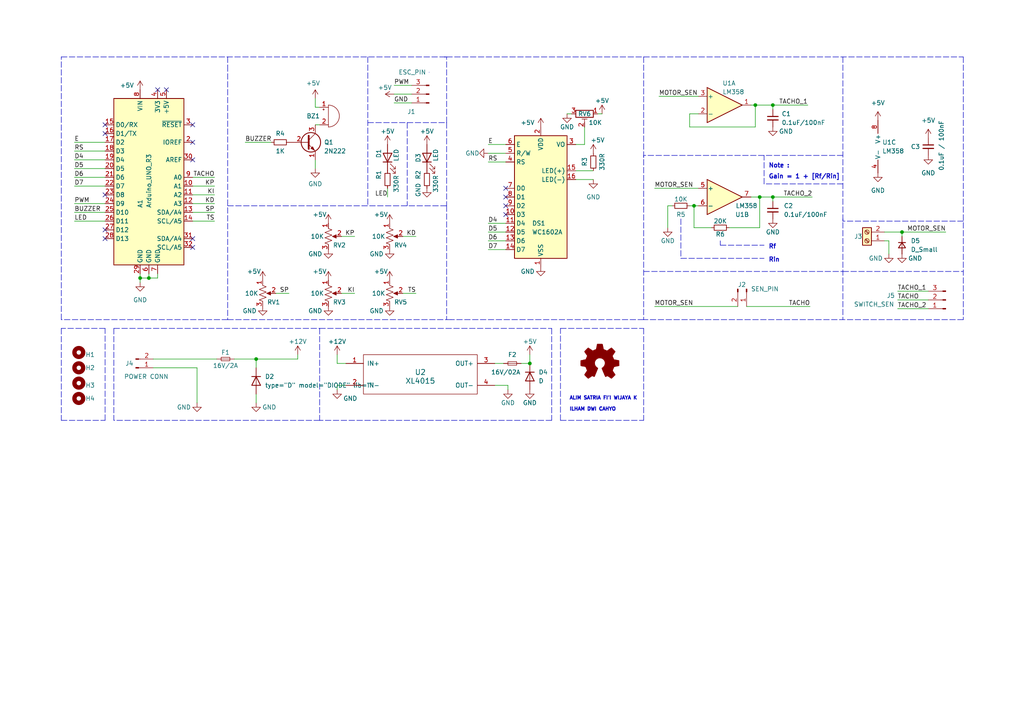
<source format=kicad_sch>
(kicad_sch (version 20211123) (generator eeschema)
  (paper "A4")
  (lib_symbols
    (symbol "Amplifier_Operational:LM358" (pin_names (offset 0.127))
      (property "Reference" "U" (at 0 5.08 0))
      (property "Value" "LM358" (at 0 -5.08 0))
      (symbol "LM358_1_1"
        (polyline (pts (xy -5.08 5.08) (xy 5.08 0) (xy -5.08 -5.08) (xy -5.08 5.08)) (stroke (width 0.254)) (fill (type background)))
        (pin output line (at 7.62 0 180) (length 2.54) (name "~") (number "1"))
        (pin input line (at -7.62 -2.54 0) (length 2.54) (name "-") (number "2"))
        (pin input line (at -7.62 2.54 0) (length 2.54) (name "+") (number "3"))
      )
      (symbol "LM358_2_1"
        (polyline (pts (xy -5.08 5.08) (xy 5.08 0) (xy -5.08 -5.08) (xy -5.08 5.08)) (stroke (width 0.254)) (fill (type background)))
        (pin input line (at -7.62 2.54 0) (length 2.54) (name "+") (number "5"))
        (pin input line (at -7.62 -2.54 0) (length 2.54) (name "-") (number "6"))
        (pin output line (at 7.62 0 180) (length 2.54) (name "~") (number "7"))
      )
      (symbol "LM358_3_1"
        (pin power_in line (at -2.54 -7.62 90) (length 3.81) (name "V-") (number "4"))
        (pin power_in line (at -2.54 7.62 270) (length 3.81) (name "V+") (number "8"))
      )
    )
    (symbol "Connector:Conn_01x02_Male" (pin_names (offset 1.016) hide)
      (property "Reference" "J" (at 0 2.54 0))
      (property "Value" "Conn_01x02_Male" (at 0 -5.08 0))
      (symbol "Conn_01x02_Male_1_1"
        (polyline (pts (xy 1.27 -2.54) (xy 0.8636 -2.54)) (stroke (width 0.1524)))
        (polyline (pts (xy 1.27 0) (xy 0.8636 0)) (stroke (width 0.1524)))
        (rectangle (start 0.8636 -2.413) (end 0 -2.667) (stroke (width 0.1524)) (fill (type outline)))
        (rectangle (start 0.8636 0.127) (end 0 -0.127) (stroke (width 0.1524)) (fill (type outline)))
        (pin passive line (at 5.08 0 180) (length 3.81) (name "Pin_1") (number "1"))
        (pin passive line (at 5.08 -2.54 180) (length 3.81) (name "Pin_2") (number "2"))
      )
    )
    (symbol "Connector:Conn_01x03_Male" (pin_names (offset 1.016) hide)
      (property "Reference" "J" (at 0 5.08 0))
      (property "Value" "Conn_01x03_Male" (at 0 -5.08 0))
      (symbol "Conn_01x03_Male_1_1"
        (polyline (pts (xy 1.27 -2.54) (xy 0.8636 -2.54)) (stroke (width 0.1524)))
        (polyline (pts (xy 1.27 0) (xy 0.8636 0)) (stroke (width 0.1524)))
        (polyline (pts (xy 1.27 2.54) (xy 0.8636 2.54)) (stroke (width 0.1524)))
        (rectangle (start 0.8636 -2.413) (end 0 -2.667) (stroke (width 0.1524)) (fill (type outline)))
        (rectangle (start 0.8636 0.127) (end 0 -0.127) (stroke (width 0.1524)) (fill (type outline)))
        (rectangle (start 0.8636 2.667) (end 0 2.413) (stroke (width 0.1524)) (fill (type outline)))
        (pin passive line (at 5.08 2.54 180) (length 3.81) (name "Pin_1") (number "1"))
        (pin passive line (at 5.08 0 180) (length 3.81) (name "Pin_2") (number "2"))
        (pin passive line (at 5.08 -2.54 180) (length 3.81) (name "Pin_3") (number "3"))
      )
    )
    (symbol "Connector:Screw_Terminal_01x02" (pin_names (offset 1.016) hide)
      (property "Reference" "J" (at 0 2.54 0))
      (property "Value" "Screw_Terminal_01x02" (at 0 -5.08 0))
      (symbol "Screw_Terminal_01x02_1_1"
        (rectangle (start -1.27 1.27) (end 1.27 -3.81) (stroke (width 0.254)) (fill (type background)))
        (circle (center 0 -2.54) (radius 0.635) (stroke (width 0.1524)))
        (polyline (pts (xy -0.5334 -2.2098) (xy 0.3302 -3.048)) (stroke (width 0.1524)))
        (polyline (pts (xy -0.5334 0.3302) (xy 0.3302 -0.508)) (stroke (width 0.1524)))
        (polyline (pts (xy -0.3556 -2.032) (xy 0.508 -2.8702)) (stroke (width 0.1524)))
        (polyline (pts (xy -0.3556 0.508) (xy 0.508 -0.3302)) (stroke (width 0.1524)))
        (circle (center 0 0) (radius 0.635) (stroke (width 0.1524)))
        (pin passive line (at -5.08 0 0) (length 3.81) (name "Pin_1") (number "1"))
        (pin passive line (at -5.08 -2.54 0) (length 3.81) (name "Pin_2") (number "2"))
      )
    )
    (symbol "Device:Buzzer" (pin_names (offset 0.0254) hide)
      (property "Reference" "BZ" (at 3.81 1.27 0))
      (property "Value" "Buzzer" (at 3.81 -1.27 0))
      (symbol "Buzzer_0_1"
        (arc (start 0 -3.175) (mid 3.175 0) (end 0 3.175))
        (polyline (pts (xy -1.651 1.905) (xy -1.143 1.905)))
        (polyline (pts (xy -1.397 2.159) (xy -1.397 1.651)))
        (polyline (pts (xy 0 3.175) (xy 0 -3.175)))
      )
      (symbol "Buzzer_1_1"
        (pin passive line (at -2.54 2.54 0) (length 2.54) (name "-") (number "1"))
        (pin passive line (at -2.54 -2.54 0) (length 2.54) (name "+") (number "2"))
      )
    )
    (symbol "Device:C_Small" (pin_numbers hide) (pin_names (offset 0.254) hide)
      (property "Reference" "C" (at 0.254 1.778 0))
      (property "Value" "C_Small" (at 0.254 -2.032 0))
      (symbol "C_Small_0_1"
        (polyline (pts (xy -1.524 -0.508) (xy 1.524 -0.508)) (stroke (width 0.3302)))
        (polyline (pts (xy -1.524 0.508) (xy 1.524 0.508)) (stroke (width 0.3048)))
      )
      (symbol "C_Small_1_1"
        (pin passive line (at 0 2.54 270) (length 2.032) (name "~") (number "1"))
        (pin passive line (at 0 -2.54 90) (length 2.032) (name "~") (number "2"))
      )
    )
    (symbol "Device:D" (pin_numbers hide) (pin_names (offset 1.016) hide)
      (property "Reference" "D" (at 0 2.54 0))
      (property "Value" "D" (at 0 -2.54 0))
      (symbol "D_0_1"
        (polyline (pts (xy -1.27 1.27) (xy -1.27 -1.27)) (stroke (width 0.254)))
        (polyline (pts (xy 1.27 0) (xy -1.27 0)))
        (polyline (pts (xy 1.27 1.27) (xy 1.27 -1.27) (xy -1.27 0) (xy 1.27 1.27)) (stroke (width 0.254)))
      )
      (symbol "D_1_1"
        (pin passive line (at -3.81 0 0) (length 2.54) (name "K") (number "1"))
        (pin passive line (at 3.81 0 180) (length 2.54) (name "A") (number "2"))
      )
    )
    (symbol "Device:D_Small" (pin_numbers hide) (pin_names (offset 0.254) hide)
      (property "Reference" "D" (at -1.27 2.032 0))
      (property "Value" "D_Small" (at -3.81 -2.032 0))
      (symbol "D_Small_0_1"
        (polyline (pts (xy -0.762 -1.016) (xy -0.762 1.016)) (stroke (width 0.254)))
        (polyline (pts (xy -0.762 0) (xy 0.762 0)))
        (polyline (pts (xy 0.762 -1.016) (xy -0.762 0) (xy 0.762 1.016) (xy 0.762 -1.016)) (stroke (width 0.254)))
      )
      (symbol "D_Small_1_1"
        (pin passive line (at -2.54 0 0) (length 1.778) (name "K") (number "1"))
        (pin passive line (at 2.54 0 180) (length 1.778) (name "A") (number "2"))
      )
    )
    (symbol "Device:Fuse_Small" (pin_numbers hide) (pin_names (offset 0.254) hide)
      (property "Reference" "F" (at 0 -1.524 0))
      (property "Value" "Fuse_Small" (at 0 1.524 0))
      (symbol "Fuse_Small_0_1"
        (rectangle (start -1.27 0.508) (end 1.27 -0.508))
        (polyline (pts (xy -1.27 0) (xy 1.27 0)))
      )
      (symbol "Fuse_Small_1_1"
        (pin passive line (at -2.54 0 0) (length 1.27) (name "~") (number "1"))
        (pin passive line (at 2.54 0 180) (length 1.27) (name "~") (number "2"))
      )
    )
    (symbol "Device:LED" (pin_numbers hide) (pin_names (offset 1.016) hide)
      (property "Reference" "D" (at 0 2.54 0))
      (property "Value" "LED" (at 0 -2.54 0))
      (symbol "LED_0_1"
        (polyline (pts (xy -1.27 -1.27) (xy -1.27 1.27)) (stroke (width 0.254)))
        (polyline (pts (xy -1.27 0) (xy 1.27 0)))
        (polyline (pts (xy 1.27 -1.27) (xy 1.27 1.27) (xy -1.27 0) (xy 1.27 -1.27)) (stroke (width 0.254)))
        (polyline (pts (xy -3.048 -0.762) (xy -4.572 -2.286) (xy -3.81 -2.286) (xy -4.572 -2.286) (xy -4.572 -1.524)))
        (polyline (pts (xy -1.778 -0.762) (xy -3.302 -2.286) (xy -2.54 -2.286) (xy -3.302 -2.286) (xy -3.302 -1.524)))
      )
      (symbol "LED_1_1"
        (pin passive line (at -3.81 0 0) (length 2.54) (name "K") (number "1"))
        (pin passive line (at 3.81 0 180) (length 2.54) (name "A") (number "2"))
      )
    )
    (symbol "Device:Q_NPN_EBC" (pin_names (offset 0) hide)
      (property "Reference" "Q" (at 5.08 1.27 0))
      (property "Value" "Q_NPN_EBC" (at 5.08 -1.27 0))
      (symbol "Q_NPN_EBC_0_1"
        (polyline (pts (xy 0.635 0.635) (xy 2.54 2.54)))
        (polyline (pts (xy 0.635 -0.635) (xy 2.54 -2.54) (xy 2.54 -2.54)))
        (polyline (pts (xy 0.635 1.905) (xy 0.635 -1.905) (xy 0.635 -1.905)) (stroke (width 0.508)))
        (polyline (pts (xy 1.27 -1.778) (xy 1.778 -1.27) (xy 2.286 -2.286) (xy 1.27 -1.778) (xy 1.27 -1.778)) (fill (type outline)))
        (circle (center 1.27 0) (radius 2.8194) (stroke (width 0.254)))
      )
      (symbol "Q_NPN_EBC_1_1"
        (pin passive line (at 2.54 -5.08 90) (length 2.54) (name "E") (number "1"))
        (pin passive line (at -5.08 0 0) (length 5.715) (name "B") (number "2"))
        (pin passive line (at 2.54 5.08 270) (length 2.54) (name "C") (number "3"))
      )
    )
    (symbol "Device:R_Potentiometer_Trim" (pin_names (offset 1.016) hide)
      (property "Reference" "RV" (at -4.445 0 90))
      (property "Value" "R_Potentiometer_Trim" (at -2.54 0 90))
      (symbol "R_Potentiometer_Trim_0_1"
        (polyline (pts (xy 1.524 0.762) (xy 1.524 -0.762)))
        (polyline (pts (xy 2.54 0) (xy 1.524 0)))
        (rectangle (start 1.016 2.54) (end -1.016 -2.54) (stroke (width 0.254)))
      )
      (symbol "R_Potentiometer_Trim_1_1"
        (pin passive line (at 0 3.81 270) (length 1.27) (name "1") (number "1"))
        (pin passive line (at 3.81 0 180) (length 1.27) (name "2") (number "2"))
        (pin passive line (at 0 -3.81 90) (length 1.27) (name "3") (number "3"))
      )
    )
    (symbol "Device:R_Potentiometer_US" (pin_names (offset 1.016) hide)
      (property "Reference" "RV" (at -4.445 0 90))
      (property "Value" "R_Potentiometer_US" (at -2.54 0 90))
      (symbol "R_Potentiometer_US_0_1"
        (polyline (pts (xy 0 -2.286) (xy 0 -2.54)))
        (polyline (pts (xy 0 2.54) (xy 0 2.286)))
        (polyline (pts (xy 2.54 0) (xy 1.524 0)))
        (polyline (pts (xy 1.143 0) (xy 2.286 0.508) (xy 2.286 -0.508) (xy 1.143 0)) (fill (type outline)))
        (polyline (pts (xy 0 -0.762) (xy 1.016 -1.143) (xy 0 -1.524) (xy -1.016 -1.905) (xy 0 -2.286)))
        (polyline (pts (xy 0 0.762) (xy 1.016 0.381) (xy 0 0) (xy -1.016 -0.381) (xy 0 -0.762)))
        (polyline (pts (xy 0 2.286) (xy 1.016 1.905) (xy 0 1.524) (xy -1.016 1.143) (xy 0 0.762)))
      )
      (symbol "R_Potentiometer_US_1_1"
        (pin passive line (at 0 3.81 270) (length 1.27) (name "1") (number "1"))
        (pin passive line (at 3.81 0 180) (length 1.27) (name "2") (number "2"))
        (pin passive line (at 0 -3.81 90) (length 1.27) (name "3") (number "3"))
      )
    )
    (symbol "Device:R_Small" (pin_numbers hide) (pin_names (offset 0.254) hide)
      (property "Reference" "R" (at 0.762 0.508 0))
      (property "Value" "R_Small" (at 0.762 -1.016 0))
      (symbol "R_Small_0_1"
        (rectangle (start -0.762 1.778) (end 0.762 -1.778) (stroke (width 0.2032)))
      )
      (symbol "R_Small_1_1"
        (pin passive line (at 0 2.54 270) (length 0.762) (name "~") (number "1"))
        (pin passive line (at 0 -2.54 90) (length 0.762) (name "~") (number "2"))
      )
    )
    (symbol "Display_Character:WC1602A"
      (property "Reference" "DS" (at -5.842 19.05 0))
      (property "Value" "WC1602A" (at 5.334 19.05 0))
      (symbol "WC1602A_1_1"
        (rectangle (start -7.62 17.78) (end 7.62 -17.78) (stroke (width 0.254)) (fill (type background)))
        (pin power_in line (at 0 -20.32 90) (length 2.54) (name "VSS") (number "1"))
        (pin input line (at -10.16 -5.08 0) (length 2.54) (name "D3") (number "10"))
        (pin input line (at -10.16 -7.62 0) (length 2.54) (name "D4") (number "11"))
        (pin input line (at -10.16 -10.16 0) (length 2.54) (name "D5") (number "12"))
        (pin input line (at -10.16 -12.7 0) (length 2.54) (name "D6") (number "13"))
        (pin input line (at -10.16 -15.24 0) (length 2.54) (name "D7") (number "14"))
        (pin power_in line (at 10.16 7.62 180) (length 2.54) (name "LED(+)") (number "15"))
        (pin power_in line (at 10.16 5.08 180) (length 2.54) (name "LED(-)") (number "16"))
        (pin power_in line (at 0 20.32 270) (length 2.54) (name "VDD") (number "2"))
        (pin input line (at 10.16 15.24 180) (length 2.54) (name "VO") (number "3"))
        (pin input line (at -10.16 10.16 0) (length 2.54) (name "RS") (number "4"))
        (pin input line (at -10.16 12.7 0) (length 2.54) (name "R/W") (number "5"))
        (pin input line (at -10.16 15.24 0) (length 2.54) (name "E") (number "6"))
        (pin input line (at -10.16 2.54 0) (length 2.54) (name "D0") (number "7"))
        (pin input line (at -10.16 0 0) (length 2.54) (name "D1") (number "8"))
        (pin input line (at -10.16 -2.54 0) (length 2.54) (name "D2") (number "9"))
      )
    )
    (symbol "Graphic:Logo_Open_Hardware_Small" (pin_names (offset 1.016))
      (symbol "Logo_Open_Hardware_Small_0_1"
        (polyline (pts (xy 3.3528 -4.3434) (xy 3.302 -4.318) (xy 3.175 -4.2418) (xy 2.9972 -4.1148) (xy 2.7686 -3.9624) (xy 2.54 -3.81) (xy 2.3622 -3.7084) (xy 2.2352 -3.6068) (xy 2.1844 -3.5814) (xy 2.159 -3.6068) (xy 2.0574 -3.6576) (xy 1.905 -3.7338) (xy 1.8034 -3.7846) (xy 1.6764 -3.8354) (xy 1.6002 -3.8354) (xy 1.6002 -3.8354) (xy 1.5494 -3.7338) (xy 1.4732 -3.5306) (xy 1.3462 -3.302) (xy 1.2446 -3.0226) (xy 1.1176 -2.7178) (xy 0.9652 -2.413) (xy 0.8636 -2.1082) (xy 0.7366 -1.8288) (xy 0.6604 -1.6256) (xy 0.6096 -1.4732) (xy 0.5842 -1.397) (xy 0.5842 -1.397) (xy 0.6604 -1.3208) (xy 0.7874 -1.2446) (xy 1.0414 -1.016) (xy 1.2954 -0.6858) (xy 1.4478 -0.3302) (xy 1.524 0.0762) (xy 1.4732 0.4572) (xy 1.3208 0.8128) (xy 1.0668 1.143) (xy 0.762 1.3716) (xy 0.4064 1.524) (xy 0 1.5748) (xy -0.381 1.5494) (xy -0.7366 1.397) (xy -1.0668 1.143) (xy -1.2192 0.9906) (xy -1.397 0.6604) (xy -1.524 0.3048) (xy -1.524 0.2286) (xy -1.4986 -0.1778) (xy -1.397 -0.5334) (xy -1.1938 -0.8636) (xy -0.9144 -1.143) (xy -0.8636 -1.1684) (xy -0.7366 -1.27) (xy -0.635 -1.3462) (xy -0.5842 -1.397) (xy -1.0668 -2.5908) (xy -1.143 -2.794) (xy -1.2954 -3.1242) (xy -1.397 -3.4036) (xy -1.4986 -3.6322) (xy -1.5748 -3.7846) (xy -1.6002 -3.8354) (xy -1.6002 -3.8354) (xy -1.651 -3.8354) (xy -1.7272 -3.81) (xy -1.905 -3.7338) (xy -2.0066 -3.683) (xy -2.1336 -3.6068) (xy -2.2098 -3.5814) (xy -2.2606 -3.6068) (xy -2.3622 -3.683) (xy -2.54 -3.81) (xy -2.7686 -3.9624) (xy -2.9718 -4.0894) (xy -3.1496 -4.2164) (xy -3.302 -4.318) (xy -3.3528 -4.3434) (xy -3.3782 -4.3434) (xy -3.429 -4.318) (xy -3.5306 -4.2164) (xy -3.7084 -4.064) (xy -3.937 -3.8354) (xy -3.9624 -3.81) (xy -4.1656 -3.6068) (xy -4.318 -3.4544) (xy -4.4196 -3.3274) (xy -4.445 -3.2766) (xy -4.445 -3.2766) (xy -4.4196 -3.2258) (xy -4.318 -3.0734) (xy -4.2164 -2.8956) (xy -4.064 -2.667) (xy -3.6576 -2.0828) (xy -3.8862 -1.5494) (xy -3.937 -1.3716) (xy -4.0386 -1.1684) (xy -4.0894 -1.0414) (xy -4.1148 -0.9652) (xy -4.191 -0.9398) (xy -4.318 -0.9144) (xy -4.5466 -0.8636) (xy -4.8006 -0.8128) (xy -5.0546 -0.7874) (xy -5.2578 -0.7366) (xy -5.4356 -0.7112) (xy -5.5118 -0.6858) (xy -5.5118 -0.6858) (xy -5.5372 -0.635) (xy -5.5372 -0.5588) (xy -5.5372 -0.4318) (xy -5.5626 -0.2286) (xy -5.5626 0.0762) (xy -5.5626 0.127) (xy -5.5372 0.4064) (xy -5.5372 0.635) (xy -5.5372 0.762) (xy -5.5372 0.8382) (xy -5.5372 0.8382) (xy -5.461 0.8382) (xy -5.3086 0.889) (xy -5.08 0.9144) (xy -4.826 0.9652) (xy -4.8006 0.9906) (xy -4.5466 1.0414) (xy -4.318 1.0668) (xy -4.1656 1.1176) (xy -4.0894 1.143) (xy -4.0894 1.143) (xy -4.0386 1.2446) (xy -3.9624 1.4224) (xy -3.8608 1.6256) (xy -3.7846 1.8288) (xy -3.7084 2.0066) (xy -3.6576 2.159) (xy -3.6322 2.2098) (xy -3.6322 2.2098) (xy -3.683 2.286) (xy -3.7592 2.413) (xy -3.8862 2.5908) (xy -4.064 2.8194) (xy -4.064 2.8448) (xy -4.2164 3.0734) (xy -4.3434 3.2512) (xy -4.4196 3.3782) (xy -4.445 3.4544) (xy -4.445 3.4544) (xy -4.3942 3.5052) (xy -4.2926 3.6322) (xy -4.1148 3.81) (xy -3.937 4.0132) (xy -3.8608 4.064) (xy -3.6576 4.2926) (xy -3.5052 4.4196) (xy -3.4036 4.4958) (xy -3.3528 4.5212) (xy -3.3528 4.5212) (xy -3.302 4.4704) (xy -3.1496 4.3688) (xy -2.9718 4.2418) (xy -2.7432 4.0894) (xy -2.7178 4.0894) (xy -2.4892 3.937) (xy -2.3114 3.81) (xy -2.1844 3.7084) (xy -2.1336 3.683) (xy -2.1082 3.683) (xy -2.032 3.7084) (xy -1.8542 3.7592) (xy -1.6764 3.8354) (xy -1.4732 3.937) (xy -1.27 4.0132) (xy -1.143 4.064) (xy -1.0668 4.1148) (xy -1.0668 4.1148) (xy -1.0414 4.191) (xy -1.016 4.3434) (xy -0.9652 4.572) (xy -0.9144 4.8514) (xy -0.889 4.9022) (xy -0.8382 5.1562) (xy -0.8128 5.3848) (xy -0.7874 5.5372) (xy -0.762 5.588) (xy -0.7112 5.6134) (xy -0.5842 5.6134) (xy -0.4064 5.6134) (xy -0.1524 5.6134) (xy 0.0762 5.6134) (xy 0.3302 5.6134) (xy 0.5334 5.6134) (xy 0.6858 5.588) (xy 0.7366 5.588) (xy 0.7366 5.588) (xy 0.762 5.5118) (xy 0.8128 5.334) (xy 0.8382 5.1054) (xy 0.9144 4.826) (xy 0.9144 4.7752) (xy 0.9652 4.5212) (xy 1.016 4.2926) (xy 1.0414 4.1402) (xy 1.0668 4.0894) (xy 1.0668 4.0894) (xy 1.1938 4.0386) (xy 1.3716 3.9624) (xy 1.5748 3.8608) (xy 2.0828 3.6576) (xy 2.7178 4.0894) (xy 2.7686 4.1402) (xy 2.9972 4.2926) (xy 3.175 4.4196) (xy 3.302 4.4958) (xy 3.3782 4.5212) (xy 3.3782 4.5212) (xy 3.429 4.4704) (xy 3.556 4.3434) (xy 3.7338 4.191) (xy 3.9116 3.9878) (xy 4.064 3.8354) (xy 4.2418 3.6576) (xy 4.3434 3.556) (xy 4.4196 3.4798) (xy 4.4196 3.429) (xy 4.4196 3.4036) (xy 4.3942 3.3274) (xy 4.2926 3.2004) (xy 4.1656 2.9972) (xy 4.0132 2.794) (xy 3.8862 2.5908) (xy 3.7592 2.3876) (xy 3.6576 2.2352) (xy 3.6322 2.159) (xy 3.6322 2.1336) (xy 3.683 2.0066) (xy 3.7592 1.8288) (xy 3.8608 1.6002) (xy 4.064 1.1176) (xy 4.3942 1.0414) (xy 4.5974 1.016) (xy 4.8768 0.9652) (xy 5.1308 0.9144) (xy 5.5372 0.8382) (xy 5.5626 -0.6604) (xy 5.4864 -0.6858) (xy 5.4356 -0.6858) (xy 5.2832 -0.7366) (xy 5.0546 -0.762) (xy 4.8006 -0.8128) (xy 4.5974 -0.8636) (xy 4.3688 -0.9144) (xy 4.2164 -0.9398) (xy 4.1402 -0.9398) (xy 4.1148 -0.9652) (xy 4.064 -1.0668) (xy 3.9878 -1.2446) (xy 3.9116 -1.4478) (xy 3.81 -1.651) (xy 3.7338 -1.8542) (xy 3.683 -2.0066) (xy 3.6576 -2.0828) (xy 3.683 -2.1336) (xy 3.7846 -2.2606) (xy 3.8862 -2.4638) (xy 4.0386 -2.667) (xy 4.191 -2.8956) (xy 4.318 -3.0734) (xy 4.3942 -3.2004) (xy 4.445 -3.2766) (xy 4.4196 -3.3274) (xy 4.3434 -3.429) (xy 4.1656 -3.5814) (xy 3.937 -3.8354) (xy 3.8862 -3.8608) (xy 3.683 -4.064) (xy 3.5306 -4.2164) (xy 3.4036 -4.318) (xy 3.3528 -4.3434)) (fill (type outline)))
      )
    )
    (symbol "MCU_Module:Arduino_UNO_R3"
      (property "Reference" "A" (at -10.16 23.495 0))
      (property "Value" "Arduino_UNO_R3" (at 5.08 -26.67 0))
      (symbol "Arduino_UNO_R3_0_1"
        (rectangle (start -10.16 22.86) (end 10.16 -25.4) (stroke (width 0.254)) (fill (type background)))
      )
      (symbol "Arduino_UNO_R3_1_1"
        (pin no_connect line (at -10.16 -20.32 0) (length 2.54) hide (name "NC") (number "1"))
        (pin bidirectional line (at 12.7 -2.54 180) (length 2.54) (name "A1") (number "10"))
        (pin bidirectional line (at 12.7 -5.08 180) (length 2.54) (name "A2") (number "11"))
        (pin bidirectional line (at 12.7 -7.62 180) (length 2.54) (name "A3") (number "12"))
        (pin bidirectional line (at 12.7 -10.16 180) (length 2.54) (name "SDA/A4") (number "13"))
        (pin bidirectional line (at 12.7 -12.7 180) (length 2.54) (name "SCL/A5") (number "14"))
        (pin bidirectional line (at -12.7 15.24 0) (length 2.54) (name "D0/RX") (number "15"))
        (pin bidirectional line (at -12.7 12.7 0) (length 2.54) (name "D1/TX") (number "16"))
        (pin bidirectional line (at -12.7 10.16 0) (length 2.54) (name "D2") (number "17"))
        (pin bidirectional line (at -12.7 7.62 0) (length 2.54) (name "D3") (number "18"))
        (pin bidirectional line (at -12.7 5.08 0) (length 2.54) (name "D4") (number "19"))
        (pin output line (at 12.7 10.16 180) (length 2.54) (name "IOREF") (number "2"))
        (pin bidirectional line (at -12.7 2.54 0) (length 2.54) (name "D5") (number "20"))
        (pin bidirectional line (at -12.7 0 0) (length 2.54) (name "D6") (number "21"))
        (pin bidirectional line (at -12.7 -2.54 0) (length 2.54) (name "D7") (number "22"))
        (pin bidirectional line (at -12.7 -5.08 0) (length 2.54) (name "D8") (number "23"))
        (pin bidirectional line (at -12.7 -7.62 0) (length 2.54) (name "D9") (number "24"))
        (pin bidirectional line (at -12.7 -10.16 0) (length 2.54) (name "D10") (number "25"))
        (pin bidirectional line (at -12.7 -12.7 0) (length 2.54) (name "D11") (number "26"))
        (pin bidirectional line (at -12.7 -15.24 0) (length 2.54) (name "D12") (number "27"))
        (pin bidirectional line (at -12.7 -17.78 0) (length 2.54) (name "D13") (number "28"))
        (pin power_in line (at -2.54 -27.94 90) (length 2.54) (name "GND") (number "29"))
        (pin input line (at 12.7 15.24 180) (length 2.54) (name "~{RESET}") (number "3"))
        (pin input line (at 12.7 5.08 180) (length 2.54) (name "AREF") (number "30"))
        (pin bidirectional line (at 12.7 -17.78 180) (length 2.54) (name "SDA/A4") (number "31"))
        (pin bidirectional line (at 12.7 -20.32 180) (length 2.54) (name "SCL/A5") (number "32"))
        (pin power_out line (at 2.54 25.4 270) (length 2.54) (name "3V3") (number "4"))
        (pin power_out line (at 5.08 25.4 270) (length 2.54) (name "+5V") (number "5"))
        (pin power_in line (at 0 -27.94 90) (length 2.54) (name "GND") (number "6"))
        (pin power_in line (at 2.54 -27.94 90) (length 2.54) (name "GND") (number "7"))
        (pin power_in line (at -2.54 25.4 270) (length 2.54) (name "VIN") (number "8"))
        (pin bidirectional line (at 12.7 0 180) (length 2.54) (name "A0") (number "9"))
      )
    )
    (symbol "Mechanical:MountingHole" (pin_names (offset 1.016))
      (property "Reference" "H" (at 0 5.08 0))
      (property "Value" "MountingHole" (at 0 3.175 0))
      (symbol "MountingHole_0_1"
        (circle (center 0 0) (radius 1.27) (stroke (width 1.27)))
      )
    )
    (symbol "Simulation_SPICE:DIODE" (pin_numbers hide) (pin_names (offset 1.016) hide)
      (property "Reference" "D" (at 0 2.54 0))
      (property "Value" "DIODE" (at 0 -2.54 0))
      (symbol "DIODE_0_1"
        (polyline (pts (xy 1.27 0) (xy -1.27 0)))
        (polyline (pts (xy 1.27 1.27) (xy 1.27 -1.27)) (stroke (width 0.254)))
        (polyline (pts (xy -1.27 -1.27) (xy -1.27 1.27) (xy 1.27 0) (xy -1.27 -1.27)) (stroke (width 0.254)))
      )
      (symbol "DIODE_1_1"
        (pin passive line (at -3.81 0 0) (length 2.54) (name "A") (number "1"))
        (pin passive line (at 3.81 0 180) (length 2.54) (name "K") (number "2"))
      )
    )
    (symbol "power:+12V" (power) (pin_names (offset 0))
      (property "Value" "+12V" (at 0 3.556 0))
      (symbol "+12V_0_1"
        (polyline (pts (xy -0.762 1.27) (xy 0 2.54)))
        (polyline (pts (xy 0 0) (xy 0 2.54)))
        (polyline (pts (xy 0 2.54) (xy 0.762 1.27)))
      )
      (symbol "+12V_1_1"
        (pin power_in line (at 0 0 90) (length 0) hide (name "+12V") (number "1"))
      )
    )
    (symbol "power:+5V" (power) (pin_names (offset 0))
      (property "Value" "+5V" (at 0 3.556 0))
      (symbol "+5V_0_1"
        (polyline (pts (xy -0.762 1.27) (xy 0 2.54)))
        (polyline (pts (xy 0 0) (xy 0 2.54)))
        (polyline (pts (xy 0 2.54) (xy 0.762 1.27)))
      )
      (symbol "+5V_1_1"
        (pin power_in line (at 0 0 90) (length 0) hide (name "+5V") (number "1"))
      )
    )
    (symbol "power:GND" (power) (pin_names (offset 0))
      (property "Value" "GND" (at 0 -3.81 0))
      (symbol "GND_0_1"
        (polyline (pts (xy 0 0) (xy 0 -1.27) (xy 1.27 -1.27) (xy 0 -2.54) (xy -1.27 -1.27) (xy 0 -1.27)))
      )
      (symbol "GND_1_1"
        (pin power_in line (at 0 0 270) (length 0) hide (name "GND") (number "1"))
      )
    )
    (symbol "xl4015:XL4015" (pin_names (offset 1.016))
      (property "Reference" "U" (at 0 0 0))
      (property "Value" "XL4015" (at 0 -2.54 0))
      (symbol "XL4015_0_1"
        (rectangle (start -16.51 5.08) (end 16.51 -6.35))
      )
      (symbol "XL4015_1_1"
        (pin power_in line (at -21.59 2.54 0) (length 5.08) (name "IN+") (number "1"))
        (pin power_in line (at -21.59 -3.81 0) (length 5.08) (name "IN-") (number "2"))
        (pin power_out line (at 21.59 2.54 180) (length 5.08) (name "OUT+") (number "3"))
        (pin power_out line (at 21.59 -3.81 180) (length 5.08) (name "OUT-") (number "4"))
      )
    )
  )
  (junction (at 153.67 105.41))
  (junction (at 261.62 67.31))
  (junction (at 219.075 30.48))
  (junction (at 224.155 57.15))
  (junction (at 224.155 30.48))
  (junction (at 201.295 59.69))
  (junction (at 43.18 80.645))
  (junction (at 40.64 80.645))
  (junction (at 220.345 57.15))
  (junction (at 74.295 104.14))
  (no_connect (at 146.685 54.61))
  (no_connect (at 146.685 62.23))
  (no_connect (at 146.685 57.15))
  (no_connect (at 146.685 59.69))
  (no_connect (at 55.88 71.755))
  (no_connect (at 55.88 69.215))
  (no_connect (at 30.48 66.675))
  (no_connect (at 30.48 69.215))
  (no_connect (at 30.48 36.195))
  (no_connect (at 30.48 38.735))
  (no_connect (at 45.72 26.035))
  (no_connect (at 55.88 36.195))
  (no_connect (at 55.88 46.355))
  (no_connect (at 55.88 41.275))
  (no_connect (at 48.26 26.035))
  (no_connect (at 30.48 56.515))
  (polyline (pts (xy 30.48 121.92) (xy 30.48 95.25)))
  (wire (pts (xy 91.44 28.575) (xy 91.44 31.115)))
  (wire (pts (xy 261.62 67.31) (xy 274.32 67.31)))
  (polyline (pts (xy 92.71 62.23) (xy 92.71 62.23)))
  (polyline (pts (xy 244.475 45.085) (xy 186.69 45.085)))
  (polyline (pts (xy 186.69 95.25) (xy 186.69 121.92)))
  (wire (pts (xy 147.32 111.76) (xy 143.51 111.76)))
  (wire (pts (xy 97.79 111.76) (xy 100.33 111.76)))
  (polyline (pts (xy 221.615 53.34) (xy 221.615 45.085)))
  (wire (pts (xy 40.64 80.645) (xy 40.64 81.915)))
  (polyline (pts (xy 66.04 92.71) (xy 85.09 92.71)))
  (polyline (pts (xy 92.71 95.25) (xy 92.71 121.92)))
  (wire (pts (xy 55.88 53.975) (xy 62.23 53.975)))
  (polyline (pts (xy 124.46 20.955) (xy 124.46 20.955)))
  (polyline (pts (xy 197.485 74.93) (xy 221.615 74.93)))
  (polyline (pts (xy 66.04 19.05) (xy 66.04 92.71)))
  (wire (pts (xy 97.79 111.76) (xy 97.79 113.03)))
  (wire (pts (xy 114.3 27.305) (xy 119.38 27.305)))
  (wire (pts (xy 141.605 44.45) (xy 146.685 44.45)))
  (polyline (pts (xy 33.02 95.25) (xy 33.02 121.92)))
  (wire (pts (xy 114.3 24.765) (xy 119.38 24.765)))
  (wire (pts (xy 219.075 30.48) (xy 224.155 30.48)))
  (wire (pts (xy 153.67 102.87) (xy 153.67 105.41)))
  (polyline (pts (xy 244.475 16.51) (xy 244.475 92.71)))
  (wire (pts (xy 193.675 66.04) (xy 193.675 59.69)))
  (wire (pts (xy 151.13 105.41) (xy 153.67 105.41)))
  (wire (pts (xy 172.085 52.07) (xy 167.005 52.07)))
  (wire (pts (xy 112.395 54.61) (xy 112.395 57.15)))
  (wire (pts (xy 99.06 85.09) (xy 102.87 85.09)))
  (wire (pts (xy 21.59 59.055) (xy 30.48 59.055)))
  (polyline (pts (xy 186.69 45.085) (xy 186.69 45.72)))
  (wire (pts (xy 21.59 43.815) (xy 30.48 43.815)))
  (wire (pts (xy 141.605 46.99) (xy 146.685 46.99)))
  (wire (pts (xy 71.12 41.275) (xy 78.74 41.275)))
  (polyline (pts (xy 186.69 16.51) (xy 186.69 73.66)))
  (wire (pts (xy 97.79 105.41) (xy 100.33 105.41)))
  (wire (pts (xy 224.155 57.15) (xy 235.585 57.15)))
  (wire (pts (xy 257.81 73.66) (xy 257.81 69.85)))
  (polyline (pts (xy 279.4 92.71) (xy 186.69 92.71)))
  (wire (pts (xy 141.605 72.39) (xy 146.685 72.39)))
  (wire (pts (xy 201.295 66.04) (xy 201.295 59.69)))
  (polyline (pts (xy 17.78 95.25) (xy 17.78 121.92)))
  (polyline (pts (xy 17.78 16.51) (xy 129.54 16.51)))
  (wire (pts (xy 261.62 67.31) (xy 261.62 68.58)))
  (wire (pts (xy 55.88 59.055) (xy 62.23 59.055)))
  (polyline (pts (xy 279.4 16.51) (xy 279.4 92.71)))
  (wire (pts (xy 43.18 80.645) (xy 45.72 80.645)))
  (wire (pts (xy 219.075 36.83) (xy 219.075 30.48)))
  (wire (pts (xy 21.59 46.355) (xy 30.48 46.355)))
  (wire (pts (xy 200.025 33.02) (xy 200.025 36.83)))
  (polyline (pts (xy 186.69 73.66) (xy 186.69 92.71)))
  (wire (pts (xy 256.54 67.31) (xy 261.62 67.31)))
  (wire (pts (xy 260.35 84.455) (xy 269.24 84.455)))
  (polyline (pts (xy 17.78 92.71) (xy 17.78 16.51)))
  (polyline (pts (xy 118.11 35.56) (xy 118.11 59.69)))
  (polyline (pts (xy 160.02 95.25) (xy 160.02 121.92)))
  (polyline (pts (xy 186.69 16.51) (xy 279.4 16.51)))
  (wire (pts (xy 169.545 41.91) (xy 167.005 41.91)))
  (wire (pts (xy 200.025 36.83) (xy 219.075 36.83)))
  (wire (pts (xy 21.59 51.435) (xy 30.48 51.435)))
  (wire (pts (xy 55.88 51.435) (xy 62.23 51.435)))
  (wire (pts (xy 44.45 106.68) (xy 57.15 106.68)))
  (polyline (pts (xy 244.475 53.34) (xy 221.615 53.34)))
  (wire (pts (xy 260.35 89.535) (xy 269.24 89.535)))
  (polyline (pts (xy 106.68 35.56) (xy 129.54 35.56)))
  (wire (pts (xy 21.59 48.895) (xy 30.48 48.895)))
  (polyline (pts (xy 92.71 121.92) (xy 33.02 121.92)))
  (wire (pts (xy 200.025 59.69) (xy 201.295 59.69)))
  (polyline (pts (xy 30.48 95.25) (xy 17.78 95.25)))
  (wire (pts (xy 44.45 104.14) (xy 62.865 104.14)))
  (polyline (pts (xy 33.02 95.25) (xy 92.71 95.25)))
  (wire (pts (xy 206.375 66.04) (xy 201.295 66.04)))
  (wire (pts (xy 211.455 66.04) (xy 220.345 66.04)))
  (polyline (pts (xy 186.69 92.71) (xy 130.81 92.71)))
  (wire (pts (xy 201.295 59.69) (xy 202.565 59.69)))
  (polyline (pts (xy 129.54 59.69) (xy 129.54 92.71)))
  (wire (pts (xy 43.18 79.375) (xy 43.18 80.645)))
  (wire (pts (xy 55.88 61.595) (xy 62.23 61.595)))
  (wire (pts (xy 91.44 48.895) (xy 91.44 46.355)))
  (wire (pts (xy 55.88 56.515) (xy 62.23 56.515)))
  (wire (pts (xy 224.155 30.48) (xy 224.155 31.75)))
  (wire (pts (xy 80.01 85.09) (xy 83.82 85.09)))
  (wire (pts (xy 147.32 113.03) (xy 147.32 111.76)))
  (wire (pts (xy 116.84 85.09) (xy 120.65 85.09)))
  (wire (pts (xy 219.075 30.48) (xy 217.805 30.48)))
  (wire (pts (xy 143.51 105.41) (xy 146.05 105.41)))
  (wire (pts (xy 260.35 86.995) (xy 269.24 86.995)))
  (wire (pts (xy 86.36 102.87) (xy 86.36 104.14)))
  (wire (pts (xy 174.625 33.02) (xy 173.355 33.02)))
  (polyline (pts (xy 17.78 121.92) (xy 30.48 121.92)))
  (polyline (pts (xy 129.54 16.51) (xy 128.905 16.51)))
  (wire (pts (xy 141.605 41.91) (xy 146.685 41.91)))
  (wire (pts (xy 172.085 49.53) (xy 167.005 49.53)))
  (polyline (pts (xy 208.915 71.12) (xy 221.615 71.12)))
  (polyline (pts (xy 66.04 16.51) (xy 66.04 19.05)))
  (polyline (pts (xy 129.54 35.56) (xy 129.54 16.51)))
  (wire (pts (xy 67.945 104.14) (xy 74.295 104.14)))
  (wire (pts (xy 220.345 66.04) (xy 220.345 57.15)))
  (wire (pts (xy 202.565 33.02) (xy 200.025 33.02)))
  (wire (pts (xy 224.155 30.48) (xy 234.315 30.48)))
  (wire (pts (xy 99.06 68.58) (xy 102.87 68.58)))
  (wire (pts (xy 21.59 64.135) (xy 30.48 64.135)))
  (polyline (pts (xy 130.81 92.71) (xy 85.09 92.71)))
  (wire (pts (xy 189.865 88.9) (xy 213.995 88.9)))
  (wire (pts (xy 40.64 79.375) (xy 40.64 80.645)))
  (polyline (pts (xy 106.68 16.51) (xy 106.68 59.69)))
  (wire (pts (xy 74.295 114.3) (xy 74.295 116.84)))
  (wire (pts (xy 74.295 104.14) (xy 86.36 104.14)))
  (wire (pts (xy 91.44 31.115) (xy 92.71 31.115)))
  (polyline (pts (xy 186.69 78.74) (xy 244.475 78.74)))
  (wire (pts (xy 257.81 69.85) (xy 256.54 69.85)))
  (polyline (pts (xy 208.915 69.85) (xy 208.915 71.12)))
  (wire (pts (xy 55.88 64.135) (xy 62.23 64.135)))
  (wire (pts (xy 92.71 36.195) (xy 91.44 36.195)))
  (wire (pts (xy 114.3 29.845) (xy 119.38 29.845)))
  (wire (pts (xy 220.345 57.15) (xy 224.155 57.15)))
  (wire (pts (xy 193.675 59.69) (xy 194.945 59.69)))
  (wire (pts (xy 191.135 27.94) (xy 202.565 27.94)))
  (polyline (pts (xy 162.56 121.92) (xy 162.56 95.25)))
  (polyline (pts (xy 160.02 121.92) (xy 92.71 121.92)))
  (wire (pts (xy 97.79 102.87) (xy 97.79 105.41)))
  (wire (pts (xy 21.59 61.595) (xy 30.48 61.595)))
  (wire (pts (xy 220.345 57.15) (xy 217.805 57.15)))
  (wire (pts (xy 21.59 41.275) (xy 30.48 41.275)))
  (polyline (pts (xy 66.04 59.69) (xy 129.54 59.69)))
  (polyline (pts (xy 197.485 63.5) (xy 197.485 74.93)))
  (polyline (pts (xy 162.56 121.92) (xy 186.69 121.92)))
  (wire (pts (xy 169.545 36.83) (xy 169.545 41.91)))
  (wire (pts (xy 45.72 79.375) (xy 45.72 80.645)))
  (wire (pts (xy 141.605 69.85) (xy 146.685 69.85)))
  (wire (pts (xy 189.865 54.61) (xy 202.565 54.61)))
  (polyline (pts (xy 279.4 64.135) (xy 244.475 64.135)))
  (polyline (pts (xy 92.71 95.25) (xy 160.02 95.25)))
  (wire (pts (xy 141.605 64.77) (xy 146.685 64.77)))
  (wire (pts (xy 57.15 106.68) (xy 57.15 116.84)))
  (wire (pts (xy 74.295 104.14) (xy 74.295 106.68)))
  (wire (pts (xy 224.155 57.15) (xy 224.155 58.42)))
  (polyline (pts (xy 162.56 95.25) (xy 186.69 95.25)))
  (polyline (pts (xy 244.475 78.74) (xy 279.4 78.74)))
  (wire (pts (xy 21.59 53.975) (xy 30.48 53.975)))
  (polyline (pts (xy 129.54 35.56) (xy 129.54 59.69)))
  (polyline (pts (xy 244.475 64.135) (xy 244.475 63.5)))
  (wire (pts (xy 116.84 68.58) (xy 120.65 68.58)))
  (wire (pts (xy 40.64 80.645) (xy 43.18 80.645)))
  (polyline (pts (xy 129.54 16.51) (xy 186.69 16.51)))
  (wire (pts (xy 165.735 33.02) (xy 164.465 33.02)))
  (wire (pts (xy 216.535 88.9) (xy 234.95 88.9)))
  (polyline (pts (xy 66.04 92.71) (xy 17.78 92.71)))
  (wire (pts (xy 141.605 67.31) (xy 146.685 67.31)))
  (text "ALIM SATRIA FI'I WIJAYA K\n\nILHAM DWI CAHYO" (at 165.1 119.38 0) (effects (font (size 1 1) (thickness 0.508) bold) (justify left bottom)))
  (text "Rf" (at 222.885 72.39 0) (effects (font (size 1.27 1.27) (thickness 0.254) bold) (justify left bottom)))
  (text "Rin" (at 222.885 76.2 0) (effects (font (size 1.27 1.27) bold) (justify left bottom)))
  (text "Note : " (at 222.885 48.895 0) (effects (font (size 1.27 1.27) (thickness 0.254) bold) (justify left bottom)))
  (text "Gain = 1 + [Rf/Rin]" (at 222.885 52.07 0) (effects (font (size 1.27 1.27) (thickness 0.254) bold) (justify left bottom)))
  (label "KD" (at 120.65 68.58 180))
  (label "SP" (at 62.23 61.595 180))
  (label "KP" (at 102.87 68.58 180))
  (label "TACHO_2" (at 235.585 57.15 180))
  (label "D7" (at 141.605 72.39 0))
  (label "GND" (at 114.3 29.845 0))
  (label "KI" (at 102.87 85.09 180))
  (label "TACHO_1" (at 234.315 30.48 180))
  (label "TACHO" (at 260.35 86.995 0))
  (label "KD" (at 62.23 59.055 180))
  (label "D4" (at 21.59 46.355 0))
  (label "TS" (at 62.23 64.135 180))
  (label "D6" (at 141.605 69.85 0))
  (label "D4" (at 141.605 64.77 0))
  (label "KP" (at 62.23 53.975 180))
  (label "TACHO_1" (at 260.35 84.455 0))
  (label "D6" (at 21.59 51.435 0))
  (label "KI" (at 62.23 56.515 180))
  (label "LED" (at 21.59 64.135 0))
  (label "E" (at 141.605 41.91 0))
  (label "TS" (at 120.65 85.09 180))
  (label "RS" (at 141.605 46.99 0))
  (label "LED" (at 112.395 57.15 180))
  (label "E" (at 21.59 41.275 0))
  (label "MOTOR_SEN" (at 189.865 54.61 0))
  (label "MOTOR_SEN" (at 191.135 27.94 0))
  (label "D5" (at 141.605 67.31 0))
  (label "PWM" (at 114.3 24.765 0))
  (label "RS" (at 21.59 43.815 0))
  (label "MOTOR_SEN" (at 274.32 67.31 180))
  (label "BUZZER" (at 21.59 61.595 0))
  (label "TACHO_2" (at 260.35 89.535 0))
  (label "D5" (at 21.59 48.895 0))
  (label "TACHO" (at 234.95 88.9 180))
  (label "MOTOR_SEN" (at 189.865 88.9 0))
  (label "D7" (at 21.59 53.975 0))
  (label "BUZZER" (at 71.12 41.275 0))
  (label "TACHO" (at 62.23 51.435 180))
  (label "SP" (at 83.82 85.09 180))
  (label "PWM" (at 21.59 59.055 0))
  (symbol (lib_id "power:GND") (at 141.605 44.45 270) (unit 1)
    (property "Reference" "#PWR015" (effects hide))
    (property "Value" "GND" (at 139.065 44.45 90) (effects (justify right)))
  )
  (symbol (lib_id "Device:R_Potentiometer_Trim") (at 169.545 33.02 270) (unit 1)
    (property "Reference" "RV6" (at 169.545 33.02 90))
    (property "Value" "10K" (at 174.625 35.56 90) (effects (justify right)))
    (property "Footprint" "Potentiometer_THT:Potentiometer_Bourns_3296W_Vertical" (effects hide))
  )
  (symbol (lib_id "xl4015:XL4015") (at 121.92 107.95 0) (unit 1)
    (property "Reference" "U2" (at 121.92 107.95 0) (effects (font (size 1.524 1.524))))
    (property "Value" "XL4015" (at 121.92 110.49 0) (effects (font (size 1.524 1.524))))
    (property "Footprint" "XL4015_converter:XL4015_Converter" (effects hide))
  )
  (symbol (lib_id "power:+5V") (at 113.03 81.28 0) (unit 1)
    (property "Reference" "#PWR013" (effects hide))
    (property "Value" "+5V" (at 110.49 78.74 0))
  )
  (symbol (lib_id "Connector:Conn_01x03_Male") (at 274.32 86.995 180) (unit 1)
    (property "Reference" "J5" (at 257.175 85.725 0) (effects (justify right)))
    (property "Value" "SWITCH_SEN" (at 247.65 88.265 0) (effects (justify right)))
    (property "Footprint" "Connector_PinHeader_2.54mm:PinHeader_1x03_P2.54mm_Vertical" (effects hide))
  )
  (symbol (lib_id "power:+5V") (at 40.64 26.035 0) (unit 1)
    (property "Reference" "#PWR01" (effects hide))
    (property "Value" "+5V" (at 36.83 24.765 0))
  )
  (symbol (lib_id "power:GND") (at 193.675 66.04 0) (unit 1)
    (property "Reference" "#PWR030" (effects hide))
    (property "Value" "GND" (at 193.675 69.85 0))
  )
  (symbol (lib_id "power:GND") (at 91.44 48.895 0) (unit 1)
    (property "Reference" "#PWR029" (effects hide))
    (property "Value" "GND" (at 91.44 53.34 0))
  )
  (symbol (lib_id "Mechanical:MountingHole") (at 22.86 115.57 0) (unit 1)
    (property "Reference" "H4" (at 24.765 115.57 0) (effects (justify left)))
    (property "Value" "MountingHole" (effects hide))
    (property "Footprint" "MountingHole:MountingHole_3.2mm_M3_Pad" (effects hide))
  )
  (symbol (lib_id "power:GND") (at 269.24 45.085 0) (unit 1)
    (property "Reference" "#PWR034" (effects hide))
    (property "Value" "GND" (at 269.24 50.165 0))
  )
  (symbol (lib_id "power:+5V") (at 113.03 64.77 0) (unit 1)
    (property "Reference" "#PWR011" (effects hide))
    (property "Value" "+5V" (at 110.49 62.23 0))
  )
  (symbol (lib_id "Device:R_Small") (at 123.825 52.07 0) (unit 1)
    (property "Reference" "R2" (at 121.285 52.07 90) (effects (justify left)))
    (property "Value" "330R" (at 126.365 55.88 90) (effects (justify left)))
    (property "Footprint" "Resistor_THT:R_Axial_DIN0207_L6.3mm_D2.5mm_P7.62mm_Horizontal" (effects hide))
  )
  (symbol (lib_id "power:GND") (at 76.2 88.9 0) (unit 1)
    (property "Reference" "#PWR04" (effects hide))
    (property "Value" "GND" (at 72.39 90.17 0))
  )
  (symbol (lib_id "Device:R_Small") (at 112.395 52.07 0) (unit 1)
    (property "Reference" "R1" (at 109.855 52.07 90) (effects (justify left)))
    (property "Value" "330R" (at 114.935 55.88 90) (effects (justify left)))
    (property "Footprint" "Resistor_THT:R_Axial_DIN0207_L6.3mm_D2.5mm_P7.62mm_Horizontal" (effects hide))
  )
  (symbol (lib_id "Device:R_Small") (at 81.28 41.275 90) (unit 1)
    (property "Reference" "R4" (at 81.28 38.735 90))
    (property "Value" "1K" (at 81.28 43.815 90))
    (property "Footprint" "Resistor_THT:R_Axial_DIN0207_L6.3mm_D2.5mm_P7.62mm_Horizontal" (effects hide))
  )
  (symbol (lib_id "power:+5V") (at 153.67 102.87 0) (unit 1)
    (property "Reference" "#PWR023" (effects hide))
    (property "Value" "+5V" (at 153.67 99.06 0))
  )
  (symbol (lib_id "Device:C_Small") (at 269.24 42.545 0) (unit 1)
    (property "Reference" "C3" (at 264.16 42.545 0) (effects (justify left)))
    (property "Value" "0.1uF / 100nF" (at 273.05 49.53 90) (effects (justify left)))
    (property "Footprint" "Capacitor_SMD:C_0603_1608Metric_Pad1.08x0.95mm_HandSolder" (effects hide))
  )
  (symbol (lib_id "power:GND") (at 153.67 113.03 0) (unit 1)
    (property "Reference" "#PWR024" (effects hide))
    (property "Value" "GND" (at 153.67 116.84 0))
  )
  (symbol (lib_id "power:GND") (at 147.32 113.03 0) (unit 1)
    (property "Reference" "#PWR022" (effects hide))
    (property "Value" "GND" (at 147.32 116.84 0))
  )
  (symbol (lib_id "Device:R_Small") (at 208.915 66.04 90) (mirror x) (unit 1)
    (property "Reference" "R6" (at 208.915 67.945 90))
    (property "Value" "20K" (at 208.915 64.135 90))
    (property "Footprint" "Resistor_THT:R_Axial_DIN0207_L6.3mm_D2.5mm_P7.62mm_Horizontal" (effects hide))
  )
  (symbol (lib_id "power:+5V") (at 174.625 33.02 0) (unit 1)
    (property "Reference" "#PWR019" (effects hide))
    (property "Value" "+5V" (at 174.625 29.21 0))
  )
  (symbol (lib_id "Amplifier_Operational:LM358") (at 210.185 57.15 0) (unit 2)
    (property "Reference" "U1" (at 215.265 62.23 0))
    (property "Value" "LM358" (at 216.535 59.69 0))
    (property "Footprint" "Package_SO:SOIC-8_3.9x4.9mm_P1.27mm" (effects hide))
    (property "Datasheet" "http://www.ti.com/lit/ds/symlink/lm2904-n.pdf" (effects hide))
  )
  (symbol (lib_id "power:GND") (at 74.295 116.84 0) (unit 1)
    (property "Reference" "#PWR0103" (effects hide))
    (property "Value" "GND" (at 78.105 118.11 0))
  )
  (symbol (lib_id "power:+5V") (at 95.25 81.28 0) (unit 1)
    (property "Reference" "#PWR07" (effects hide))
    (property "Value" "+5V" (at 92.71 78.74 0))
  )
  (symbol (lib_id "power:GND") (at 113.03 72.39 0) (unit 1)
    (property "Reference" "#PWR012" (effects hide))
    (property "Value" "GND" (at 109.22 73.66 0))
  )
  (symbol (lib_id "power:GND") (at 164.465 33.02 0) (unit 1)
    (property "Reference" "#PWR016" (effects hide))
    (property "Value" "GND" (at 164.465 36.83 0))
  )
  (symbol (lib_id "power:GND") (at 172.085 52.07 0) (unit 1)
    (property "Reference" "#PWR018" (effects hide))
    (property "Value" "GND" (at 172.085 57.15 0))
  )
  (symbol (lib_id "power:GND") (at 123.825 54.61 0) (unit 1)
    (property "Reference" "#PWR0108" (effects hide))
    (property "Value" "GND" (at 121.285 57.15 90) (effects (justify left)))
  )
  (symbol (lib_id "Device:R_Potentiometer_US") (at 76.2 85.09 0) (unit 1)
    (property "Reference" "RV1" (at 81.28 87.63 0) (effects (justify right)))
    (property "Value" "10K" (at 74.93 85.09 0) (effects (justify right)))
    (property "Footprint" "Potentiometer_THT:Potentiometer_Alps_RK09K_Single_Vertical" (effects hide))
  )
  (symbol (lib_id "Device:D_Small") (at 261.62 71.12 270) (unit 1)
    (property "Reference" "D5" (at 264.16 69.85 90) (effects (justify left)))
    (property "Value" "D_Small" (at 264.16 72.39 90) (effects (justify left)))
    (property "Footprint" "Diode_SMD:D_SMB_Handsoldering" (effects hide))
  )
  (symbol (lib_id "Connector:Conn_01x02_Male") (at 39.37 106.68 0) (mirror x) (unit 1)
    (property "Reference" "J4" (at 38.735 105.41 0) (effects (justify right)))
    (property "Value" "POWER CONN" (at 48.895 109.22 0) (effects (justify right)))
    (property "Footprint" "Connector_AMASS:AMASS_XT60-M_1x02_P7.20mm_Vertical" (effects hide))
  )
  (symbol (lib_id "power:GND") (at 97.79 113.03 0) (unit 1)
    (property "Reference" "#PWR021" (effects hide))
    (property "Value" "GND" (at 101.6 115.57 0))
  )
  (symbol (lib_id "Graphic:Logo_Open_Hardware_Small") (at 173.99 105.41 0) (unit 1)
    (property "Reference" "#LOGO1" (effects hide))
    (property "Value" "Logo_Open_Hardware_Small" (effects hide))
  )
  (symbol (lib_id "Device:R_Potentiometer_US") (at 95.25 85.09 0) (unit 1)
    (property "Reference" "RV3" (at 100.33 87.63 0) (effects (justify right)))
    (property "Value" "10K" (at 93.98 85.09 0) (effects (justify right)))
    (property "Footprint" "Potentiometer_THT:Potentiometer_Alps_RK09K_Single_Vertical" (effects hide))
  )
  (symbol (lib_id "Device:Fuse_Small") (at 148.59 105.41 0) (unit 1)
    (property "Reference" "F2" (at 148.59 102.87 0))
    (property "Value" "16V/02A" (at 146.685 107.95 0))
    (property "Footprint" "Fuse:Fuse_1812_4532Metric_Pad1.30x3.40mm_HandSolder" (effects hide))
  )
  (symbol (lib_id "Device:LED") (at 112.395 45.72 90) (unit 1)
    (property "Reference" "D1" (at 109.855 43.18 0) (effects (justify right)))
    (property "Value" "LED" (at 114.935 43.18 0) (effects (justify right)))
    (property "Footprint" "LED_THT:LED_D3.0mm" (effects hide))
  )
  (symbol (lib_id "Display_Character:WC1602A") (at 156.845 57.15 0) (unit 1)
    (property "Reference" "DS1" (at 154.305 64.77 0) (effects (justify left)))
    (property "Value" "WC1602A" (at 154.305 67.31 0) (effects (justify left)))
    (property "Footprint" "Display:WC1602A" (effects hide))
    (property "Datasheet" "http://www.wincomlcd.com/pdf/WC1602A-SFYLYHTC06.pdf" (effects hide))
  )
  (symbol (lib_id "Device:Fuse_Small") (at 65.405 104.14 0) (unit 1)
    (property "Reference" "F1" (at 65.405 102.235 0))
    (property "Value" "16V/2A" (at 65.405 106.045 0))
    (property "Footprint" "Fuse:Fuse_1812_4532Metric_Pad1.30x3.40mm_HandSolder" (effects hide))
  )
  (symbol (lib_id "power:GND") (at 57.15 116.84 0) (unit 1)
    (property "Reference" "#PWR0102" (effects hide))
    (property "Value" "GND" (at 53.34 118.11 0))
  )
  (symbol (lib_id "power:+5V") (at 112.395 41.91 0) (unit 1)
    (property "Reference" "#PWR0107" (effects hide))
    (property "Value" "+5V" (at 112.395 38.1 0))
  )
  (symbol (lib_id "Device:R_Potentiometer_US") (at 113.03 68.58 0) (unit 1)
    (property "Reference" "RV4" (at 118.11 71.12 0) (effects (justify right)))
    (property "Value" "10K" (at 111.76 68.58 0) (effects (justify right)))
    (property "Footprint" "Potentiometer_THT:Potentiometer_Alps_RK09K_Single_Vertical" (effects hide))
  )
  (symbol (lib_id "power:+5V") (at 254.635 34.925 0) (unit 1)
    (property "Reference" "#PWR09" (effects hide))
    (property "Value" "+5V" (at 254.635 29.845 0))
  )
  (symbol (lib_id "Device:Q_NPN_EBC") (at 88.9 41.275 0) (unit 1)
    (property "Reference" "Q1" (at 93.98 41.275 0) (effects (justify left)))
    (property "Value" "2N222" (at 93.98 43.815 0) (effects (justify left)))
    (property "Footprint" "Package_TO_SOT_THT:TO-92" (effects hide))
  )
  (symbol (lib_id "Device:R_Small") (at 197.485 59.69 90) (mirror x) (unit 1)
    (property "Reference" "R5" (at 197.485 62.23 90))
    (property "Value" "10K" (at 197.485 57.785 90))
    (property "Footprint" "Resistor_THT:R_Axial_DIN0207_L6.3mm_D2.5mm_P7.62mm_Horizontal" (effects hide))
  )
  (symbol (lib_id "Simulation_SPICE:DIODE") (at 74.295 110.49 90) (unit 1)
    (property "Reference" "D2" (at 76.835 109.22 90) (effects (justify right)))
    (property "Value" "DIODE" (at 76.835 111.76 90) (effects (justify right)))
    (property "Footprint" "Diode_SMD:D_SMB" (effects hide))
    (property "Spice_Netlist_Enabled" "Y" (effects hide))
    (property "Spice_Primitive" "D" (effects hide))
  )
  (symbol (lib_id "Connector:Screw_Terminal_01x02") (at 251.46 69.85 180) (unit 1)
    (property "Reference" "J3" (at 248.92 68.58 0))
    (property "Value" "Screw_Terminal_01x02" (effects hide))
    (property "Footprint" "TerminalBlock_RND:TerminalBlock_RND_205-00001_1x02_P5.00mm_Horizontal" (effects hide))
  )
  (symbol (lib_id "Device:C_Small") (at 224.155 34.29 0) (unit 1)
    (property "Reference" "C1" (at 226.695 33.02 0) (effects (justify left)))
    (property "Value" "0.1uF/100nF" (at 226.695 35.56 0) (effects (justify left)))
    (property "Footprint" "Capacitor_SMD:C_0603_1608Metric_Pad1.08x0.95mm_HandSolder" (effects hide))
  )
  (symbol (lib_id "power:GND") (at 95.25 88.9 0) (unit 1)
    (property "Reference" "#PWR08" (effects hide))
    (property "Value" "GND" (at 91.44 90.17 0))
  )
  (symbol (lib_id "Device:Buzzer") (at 95.25 33.655 0) (unit 1)
    (property "Reference" "BZ1" (at 88.9 33.655 0) (effects (justify left)))
    (property "Value" "Buzzer" (effects hide))
    (property "Footprint" "Buzzer_Beeper:MagneticBuzzer_ProSignal_ABI-009-RC" (effects hide))
  )
  (symbol (lib_id "power:GND") (at 261.62 73.66 0) (unit 1)
    (property "Reference" "#PWR027" (effects hide))
    (property "Value" "GND" (at 265.43 74.93 0))
  )
  (symbol (lib_id "Device:C_Small") (at 224.155 60.96 0) (unit 1)
    (property "Reference" "C2" (at 227.33 59.6962 0) (effects (justify left)))
    (property "Value" "0.1uF/100nF" (at 227.33 62.2362 0) (effects (justify left)))
    (property "Footprint" "Capacitor_SMD:C_0603_1608Metric_Pad1.08x0.95mm_HandSolder" (effects hide))
  )
  (symbol (lib_id "Amplifier_Operational:LM358") (at 257.175 42.545 0) (unit 3)
    (property "Reference" "U1" (at 255.905 41.2749 0) (effects (justify left)))
    (property "Value" "LM358" (at 255.905 43.8149 0) (effects (justify left)))
    (property "Footprint" "Package_SO:SOIC-8_3.9x4.9mm_P1.27mm" (effects hide))
    (property "Datasheet" "http://www.ti.com/lit/ds/symlink/lm2904-n.pdf" (effects hide))
  )
  (symbol (lib_id "power:GND") (at 113.03 88.9 0) (unit 1)
    (property "Reference" "#PWR014" (effects hide))
    (property "Value" "GND" (at 109.22 90.17 0))
  )
  (symbol (lib_id "Device:D") (at 153.67 109.22 270) (unit 1)
    (property "Reference" "D4" (at 156.21 107.95 90) (effects (justify left)))
    (property "Value" "D" (at 156.21 110.4899 90) (effects (justify left)))
    (property "Footprint" "Diode_SMD:D_SMB" (effects hide))
  )
  (symbol (lib_id "power:+5V") (at 95.25 64.77 0) (unit 1)
    (property "Reference" "#PWR05" (effects hide))
    (property "Value" "+5V" (at 92.71 62.23 0))
  )
  (symbol (lib_id "Connector:Conn_01x02_Male") (at 216.535 83.82 270) (unit 1)
    (property "Reference" "J2" (at 213.995 82.55 90) (effects (justify left)))
    (property "Value" "SEN_PIN" (at 217.805 83.82 90) (effects (justify left)))
    (property "Footprint" "Connector_PinHeader_2.54mm:PinHeader_1x02_P2.54mm_Vertical" (effects hide))
  )
  (symbol (lib_id "power:GND") (at 224.155 63.5 0) (unit 1)
    (property "Reference" "#PWR032" (effects hide))
    (property "Value" "GND" (at 224.155 67.31 0))
  )
  (symbol (lib_id "Device:LED") (at 123.825 45.72 90) (unit 1)
    (property "Reference" "D3" (at 121.285 44.45 0) (effects (justify right)))
    (property "Value" "LED" (at 126.365 43.18 0) (effects (justify right)))
    (property "Footprint" "LED_THT:LED_D3.0mm" (effects hide))
  )
  (symbol (lib_id "Connector:Conn_01x03_Male") (at 124.46 27.305 180) (unit 1)
    (property "Reference" "J1" (at 118.11 32.385 0) (effects (justify right)))
    (property "Value" "ESC_PIN" (at 115.57 20.955 0) (effects (justify right)))
    (property "Footprint" "Connector_PinHeader_2.54mm:PinHeader_1x03_P2.54mm_Vertical" (effects hide))
  )
  (symbol (lib_id "power:GND") (at 95.25 72.39 0) (unit 1)
    (property "Reference" "#PWR06" (effects hide))
    (property "Value" "GND" (at 91.44 73.66 0))
  )
  (symbol (lib_id "power:GND") (at 254.635 50.165 0) (unit 1)
    (property "Reference" "#PWR010" (effects hide))
    (property "Value" "GND" (at 254.635 55.245 0))
  )
  (symbol (lib_id "power:+12V") (at 97.79 102.87 0) (unit 1)
    (property "Reference" "#PWR020" (effects hide))
    (property "Value" "+12V" (at 97.79 99.06 0))
  )
  (symbol (lib_id "power:GND") (at 40.64 81.915 0) (unit 1)
    (property "Reference" "#PWR02" (effects hide))
    (property "Value" "GND" (at 40.64 86.995 0))
  )
  (symbol (lib_id "power:+5V") (at 91.44 28.575 0) (unit 1)
    (property "Reference" "#PWR028" (effects hide))
    (property "Value" "+5V" (at 90.805 24.13 0))
  )
  (symbol (lib_id "Mechanical:MountingHole") (at 22.86 102.235 0) (unit 1)
    (property "Reference" "H1" (at 24.765 102.87 0) (effects (justify left)))
    (property "Value" "MountingHole" (effects hide))
    (property "Footprint" "MountingHole:MountingHole_3.2mm_M3_Pad" (effects hide))
  )
  (symbol (lib_id "power:GND") (at 224.155 36.83 0) (unit 1)
    (property "Reference" "#PWR031" (effects hide))
    (property "Value" "GND" (at 227.965 38.1 0))
  )
  (symbol (lib_id "power:GND") (at 257.81 73.66 0) (unit 1)
    (property "Reference" "#PWR025" (effects hide))
    (property "Value" "GND" (at 254 74.93 0))
  )
  (symbol (lib_id "Mechanical:MountingHole") (at 22.86 111.125 0) (unit 1)
    (property "Reference" "H3" (at 24.765 111.76 0) (effects (justify left)))
    (property "Value" "MountingHole" (effects hide))
    (property "Footprint" "MountingHole:MountingHole_3.2mm_M3_Pad" (effects hide))
  )
  (symbol (lib_id "power:+5V") (at 156.845 36.83 0) (unit 1)
    (property "Reference" "#PWR0105" (effects hide))
    (property "Value" "+5V" (at 153.035 35.56 0))
  )
  (symbol (lib_id "Device:R_Potentiometer_US") (at 95.25 68.58 0) (unit 1)
    (property "Reference" "RV2" (at 100.33 71.12 0) (effects (justify right)))
    (property "Value" "10K" (at 93.98 68.58 0) (effects (justify right)))
    (property "Footprint" "Potentiometer_THT:Potentiometer_Alps_RK09K_Single_Vertical" (effects hide))
  )
  (symbol (lib_id "power:+5V") (at 123.825 41.91 0) (unit 1)
    (property "Reference" "#PWR0104" (effects hide))
    (property "Value" "+5V" (at 123.825 38.1 0))
  )
  (symbol (lib_id "Device:R_Small") (at 172.085 46.99 0) (unit 1)
    (property "Reference" "R3" (at 169.545 48.26 90) (effects (justify left)))
    (property "Value" "330R" (at 174.625 49.53 90) (effects (justify left)))
    (property "Footprint" "Resistor_THT:R_Axial_DIN0207_L6.3mm_D2.5mm_P7.62mm_Horizontal" (effects hide))
  )
  (symbol (lib_id "power:+5V") (at 269.24 40.005 0) (unit 1)
    (property "Reference" "#PWR033" (effects hide))
    (property "Value" "+5V" (at 269.24 34.925 0))
  )
  (symbol (lib_id "MCU_Module:Arduino_UNO_R3") (at 43.18 51.435 0) (unit 1)
    (property "Reference" "A1" (at 40.64 60.325 90) (effects (justify left)))
    (property "Value" "Arduino_UNO_R3" (at 43.18 60.325 90) (effects (justify left)))
    (property "Footprint" "Module:Arduino_UNO_R3" (effects hide))
    (property "Datasheet" "https://www.arduino.cc/en/Main/arduinoBoardUno" (effects hide))
  )
  (symbol (lib_id "Mechanical:MountingHole") (at 22.86 106.68 0) (unit 1)
    (property "Reference" "H2" (at 24.765 106.68 0) (effects (justify left)))
    (property "Value" "MountingHole" (effects hide))
    (property "Footprint" "MountingHole:MountingHole_3.2mm_M3_Pad" (effects hide))
  )
  (symbol (lib_id "power:+5V") (at 114.3 27.305 90) (unit 1)
    (property "Reference" "#PWR026" (effects hide))
    (property "Value" "+5V" (at 113.665 25.4 90) (effects (justify left)))
  )
  (symbol (lib_id "Device:R_Potentiometer_US") (at 113.03 85.09 0) (unit 1)
    (property "Reference" "RV5" (at 118.11 87.63 0) (effects (justify right)))
    (property "Value" "10K" (at 111.76 85.09 0) (effects (justify right)))
    (property "Footprint" "Potentiometer_THT:Potentiometer_Alps_RK09K_Single_Vertical" (effects hide))
  )
  (symbol (lib_id "power:+12V") (at 86.36 102.87 0) (unit 1)
    (property "Reference" "#PWR0101" (effects hide))
    (property "Value" "+12V" (at 86.36 99.06 0))
  )
  (symbol (lib_id "power:+5V") (at 76.2 81.28 0) (unit 1)
    (property "Reference" "#PWR03" (effects hide))
    (property "Value" "+5V" (at 73.66 78.74 0))
  )
  (symbol (lib_id "Amplifier_Operational:LM358") (at 210.185 30.48 0) (unit 1)
    (property "Reference" "U1" (at 211.455 24.13 0))
    (property "Value" "LM358" (at 212.725 26.67 0))
    (property "Footprint" "Package_SO:SOIC-8_3.9x4.9mm_P1.27mm" (effects hide))
    (property "Datasheet" "http://www.ti.com/lit/ds/symlink/lm2904-n.pdf" (effects hide))
  )
  (symbol (lib_id "power:GND") (at 156.845 77.47 0) (unit 1)
    (property "Reference" "#PWR0106" (effects hide))
    (property "Value" "GND" (at 153.035 78.74 0))
  )
  (symbol (lib_id "power:+5V") (at 172.085 44.45 0) (unit 1)
    (property "Reference" "#PWR017" (effects hide))
    (property "Value" "+5V" (at 173.355 40.64 0))
  )
)
</source>
